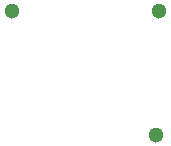
<source format=gbr>
%TF.GenerationSoftware,KiCad,Pcbnew,8.0.6*%
%TF.CreationDate,2024-11-26T02:45:54-05:00*%
%TF.ProjectId,final_imu_module,66696e61-6c5f-4696-9d75-5f6d6f64756c,rev?*%
%TF.SameCoordinates,Original*%
%TF.FileFunction,Soldermask,Bot*%
%TF.FilePolarity,Negative*%
%FSLAX46Y46*%
G04 Gerber Fmt 4.6, Leading zero omitted, Abs format (unit mm)*
G04 Created by KiCad (PCBNEW 8.0.6) date 2024-11-26 02:45:54*
%MOMM*%
%LPD*%
G01*
G04 APERTURE LIST*
%ADD10C,1.300000*%
G04 APERTURE END LIST*
D10*
%TO.C,REF\u002A\u002A*%
X114750000Y-90250000D03*
%TD*%
%TO.C,REF\u002A\u002A*%
X102250000Y-90250000D03*
%TD*%
%TO.C,REF\u002A\u002A*%
X114500000Y-100750000D03*
%TD*%
M02*

</source>
